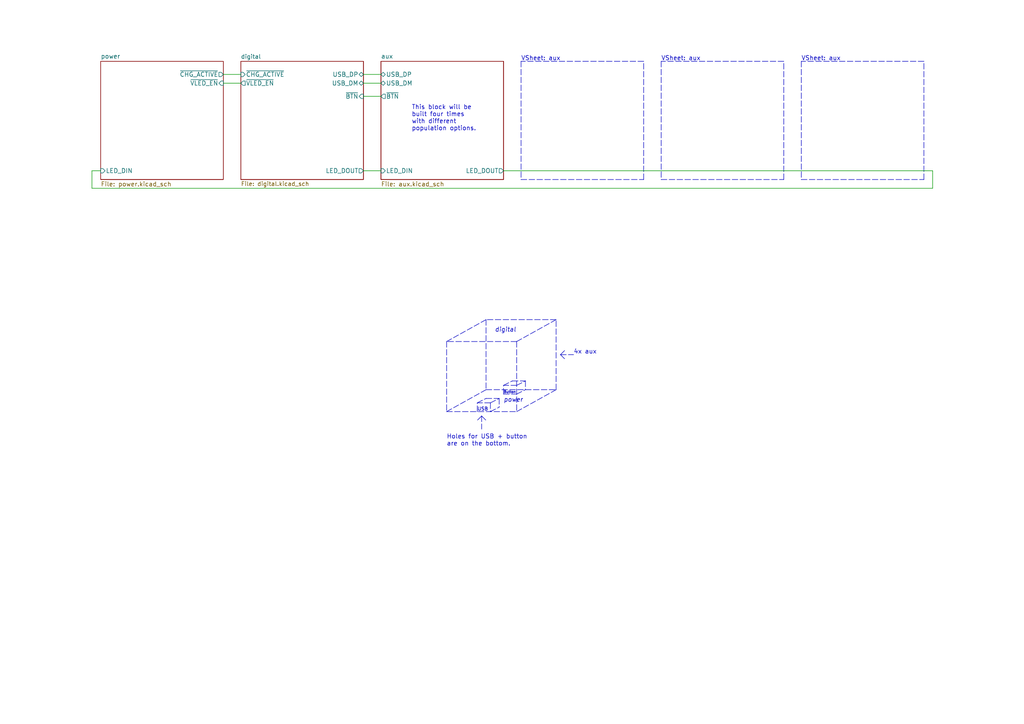
<source format=kicad_sch>
(kicad_sch (version 20211123) (generator eeschema)
  (paper "A4")
  (title_block (title "Leddie") (date "2021-03-06") (rev "01") (company "Markus Koch - notsyncing.net") (comment 1 "Licensed under CC BY-SA 3.0") (comment 2 "https://l.notsyncing.net/leddie") (comment 4 "PCB Overview"))
  (lib_symbols)
  (polyline (pts (xy 227.33 52.07) (xy 227.33 17.78)))
  (polyline (pts (xy 149.86 111.76) (xy 146.05 111.76)))
  (polyline (pts (xy 149.86 119.38) (xy 161.29 113.03)))
  (polyline (pts (xy 267.97 52.07) (xy 267.97 17.78)))
  (wire (pts (xy 110.49 49.53) (xy 105.41 49.53)))
  (polyline (pts (xy 232.41 52.07) (xy 267.97 52.07)))
  (wire (pts (xy 64.77 21.59) (xy 69.85 21.59)))
  (polyline (pts (xy 139.7 120.65) (xy 140.97 121.92)))
  (polyline (pts (xy 151.13 17.78) (xy 151.13 52.07)))
  (polyline (pts (xy 146.05 114.3) (xy 146.05 111.76)))
  (polyline (pts (xy 161.29 113.03) (xy 161.29 92.71)))
  (polyline (pts (xy 138.43 116.84) (xy 140.97 115.57)))
  (wire (pts (xy 69.85 24.13) (xy 64.77 24.13)))
  (polyline (pts (xy 162.56 102.87) (xy 163.83 101.6)))
  (polyline (pts (xy 232.41 17.78) (xy 232.41 52.07)))
  (wire (pts (xy 270.51 49.53) (xy 270.51 54.61)))
  (polyline (pts (xy 149.86 99.06) (xy 129.54 99.06)))
  (polyline (pts (xy 161.29 92.71) (xy 149.86 99.06)))
  (polyline (pts (xy 139.7 120.65) (xy 138.43 121.92)))
  (polyline (pts (xy 142.24 119.38) (xy 144.78 118.11)))
  (polyline (pts (xy 129.54 119.38) (xy 149.86 119.38)))
  (wire (pts (xy 146.05 49.53) (xy 270.51 49.53)))
  (polyline (pts (xy 148.59 110.49) (xy 152.4 110.49)))
  (polyline (pts (xy 151.13 52.07) (xy 186.69 52.07)))
  (polyline (pts (xy 142.24 116.84) (xy 142.24 119.38)))
  (polyline (pts (xy 186.69 17.78) (xy 151.13 17.78)))
  (polyline (pts (xy 142.24 116.84) (xy 138.43 116.84)))
  (polyline (pts (xy 162.56 102.87) (xy 166.37 102.87)))
  (polyline (pts (xy 161.29 92.71) (xy 140.97 92.71)))
  (wire (pts (xy 110.49 27.94) (xy 105.41 27.94)))
  (polyline (pts (xy 162.56 102.87) (xy 163.83 104.14)))
  (polyline (pts (xy 140.97 92.71) (xy 129.54 99.06)))
  (polyline (pts (xy 146.05 111.76) (xy 148.59 110.49)))
  (polyline (pts (xy 139.7 120.65) (xy 139.7 124.46)))
  (polyline (pts (xy 149.86 111.76) (xy 152.4 110.49)))
  (polyline (pts (xy 140.97 92.71) (xy 140.97 113.03)))
  (polyline (pts (xy 186.69 52.07) (xy 186.69 17.78)))
  (polyline (pts (xy 146.05 114.3) (xy 149.86 114.3)))
  (polyline (pts (xy 140.97 115.57) (xy 144.78 115.57)))
  (polyline (pts (xy 191.77 52.07) (xy 227.33 52.07)))
  (polyline (pts (xy 227.33 17.78) (xy 191.77 17.78)))
  (polyline (pts (xy 138.43 119.38) (xy 138.43 116.84)))
  (wire (pts (xy 26.67 49.53) (xy 29.21 49.53)))
  (polyline (pts (xy 129.54 99.06) (xy 129.54 119.38)))
  (polyline (pts (xy 149.86 114.3) (xy 152.4 113.03)))
  (polyline (pts (xy 267.97 17.78) (xy 232.41 17.78)))
  (polyline (pts (xy 149.86 99.06) (xy 149.86 119.38)))
  (wire (pts (xy 270.51 54.61) (xy 26.67 54.61)))
  (polyline (pts (xy 144.78 115.57) (xy 144.78 118.11)))
  (wire (pts (xy 26.67 54.61) (xy 26.67 49.53)))
  (polyline (pts (xy 142.24 116.84) (xy 144.78 115.57)))
  (polyline (pts (xy 140.97 113.03) (xy 161.29 113.03)))
  (wire (pts (xy 105.41 24.13) (xy 110.49 24.13)))
  (polyline (pts (xy 129.54 119.38) (xy 140.97 113.03)))
  (wire (pts (xy 110.49 21.59) (xy 105.41 21.59)))
  (polyline (pts (xy 191.77 17.78) (xy 191.77 52.07)))
  (polyline (pts (xy 152.4 110.49) (xy 152.4 113.03)))
  (text "4x aux" (at 166.37 102.87 0) (effects (font (size 1.27 1.27)) (justify left bottom)))
  (text "Holes for USB + button\nare on the bottom." (at 129.54 129.54 0) (effects (font (size 1.27 1.27)) (justify left bottom)))
  (text "This block will be\nbuilt four times\nwith different\npopulation options." (at 119.38 38.1 0) (effects (font (size 1.27 1.27)) (justify left bottom)))
  (text "USB" (at 138.43 119.38 0) (effects (font (size 0.9906 0.9906)) (justify left bottom)))
  (text "VSheet: aux" (at 232.41 17.78 0) (effects (font (size 1.27 1.27)) (justify left bottom)))
  (text "Button" (at 146.05 114.3 0) (effects (font (size 0.7112 0.7112)) (justify left bottom)))
  (text "VSheet: aux" (at 191.77 17.78 0) (effects (font (size 1.27 1.27)) (justify left bottom)))
  (text "power" (at 146.05 116.84 0) (effects (font (size 1.27 1.27) italic) (justify left bottom)))
  (text "digital" (at 143.51 96.52 0) (effects (font (size 1.27 1.27) italic) (justify left bottom)))
  (text "VSheet: aux" (at 151.13 17.78 0) (effects (font (size 1.27 1.27)) (justify left bottom)))
  (sheet (at 29.21 17.78) (size 35.56 34.29)
    (property "Sheet name" "power" (at 29.21 17.0684 0) (effects (justify left bottom)))
    (property "Sheet file" "power.kicad_sch" (at 29.21 52.6546 0) (effects (justify left top)))
    (pin "~{VLED_EN}" input (at 64.77 24.13 0))
    (pin "~{CHG_ACTIVE}" output (at 64.77 21.59 0))
    (pin "LED_DIN" input (at 29.21 49.53 180))
  )
  (sheet (at 110.49 17.78) (size 35.56 34.29)
    (property "Sheet name" "aux" (at 110.49 17.0684 0) (effects (justify left bottom)))
    (property "Sheet file" "aux.kicad_sch" (at 110.49 52.6546 0) (effects (justify left top)))
    (pin "USB_DP" bidirectional (at 110.49 21.59 180))
    (pin "USB_DM" bidirectional (at 110.49 24.13 180))
    (pin "~{BTN}" output (at 110.49 27.94 180))
    (pin "LED_DIN" input (at 110.49 49.53 180))
    (pin "LED_DOUT" output (at 146.05 49.53 0))
  )
  (sheet (at 69.85 17.78) (size 35.56 34.29)
    (property "Sheet name" "digital" (at 69.85 17.1065 0) (effects (font (size 1.1938 1.1938)) (justify left bottom)))
    (property "Sheet file" "digital.kicad_sch" (at 69.85 52.6241 0) (effects (font (size 1.1938 1.1938)) (justify left top)))
    (pin "USB_DP" bidirectional (at 105.41 21.59 0))
    (pin "USB_DM" bidirectional (at 105.41 24.13 0))
    (pin "~{CHG_ACTIVE}" input (at 69.85 21.59 180))
    (pin "~{VLED_EN}" output (at 69.85 24.13 180))
    (pin "~{BTN}" input (at 105.41 27.94 0))
    (pin "LED_DOUT" output (at 105.41 49.53 0))
  )
)
</source>
